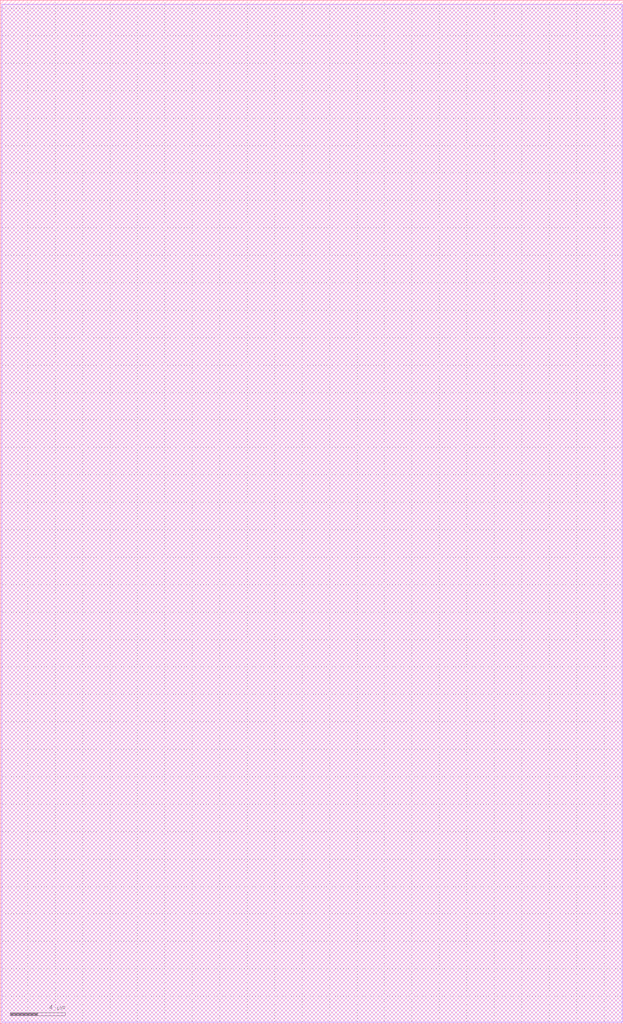
<source format=lef>
VERSION 5.7 ;
  NOWIREEXTENSIONATPIN ON ;
  DIVIDERCHAR "/" ;
  BUSBITCHARS "[]" ;
MACRO vccd1_connection
  CLASS BLOCK ;
  FOREIGN vccd1_connection ;
  ORIGIN 0.000 0.000 ;
  SIZE 45.400 BY 74.600 ;
  OBS
      LAYER met3 ;
        RECT 0.105 0.100 45.340 74.300 ;
  END
END vccd1_connection
END LIBRARY


</source>
